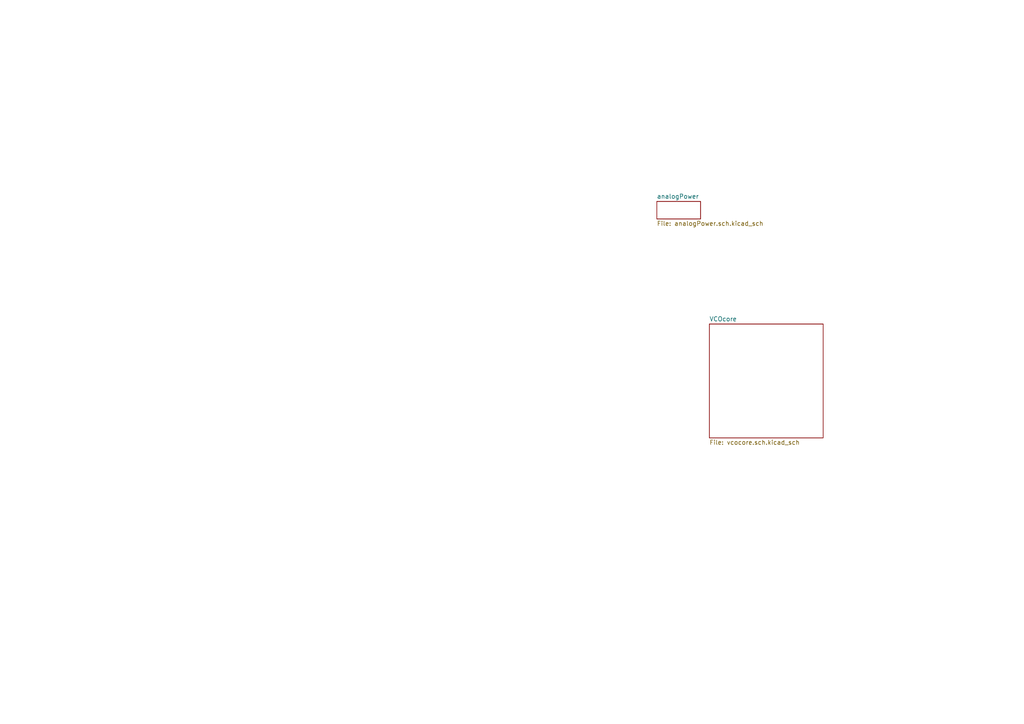
<source format=kicad_sch>
(kicad_sch
	(version 20231120)
	(generator "eeschema")
	(generator_version "8.0")
	(uuid "4b76d7ba-2e9a-48ca-9682-f8dc31b1b3ae")
	(paper "A4")
	(lib_symbols)
	(sheet
		(at 205.74 93.98)
		(size 33.02 33.02)
		(fields_autoplaced yes)
		(stroke
			(width 0.1524)
			(type solid)
		)
		(fill
			(color 0 0 0 0.0000)
		)
		(uuid "9f3f10a8-02e7-4a05-b28e-500e1fcbd8f5")
		(property "Sheetname" "VCOcore"
			(at 205.74 93.2684 0)
			(effects
				(font
					(size 1.27 1.27)
				)
				(justify left bottom)
			)
		)
		(property "Sheetfile" "vcocore.sch.kicad_sch"
			(at 205.74 127.5846 0)
			(effects
				(font
					(size 1.27 1.27)
				)
				(justify left top)
			)
		)
		(instances
			(project "2130VCO"
				(path "/4b76d7ba-2e9a-48ca-9682-f8dc31b1b3ae"
					(page "3")
				)
			)
		)
	)
	(sheet
		(at 190.5 58.42)
		(size 12.7 5.08)
		(fields_autoplaced yes)
		(stroke
			(width 0.1524)
			(type solid)
		)
		(fill
			(color 0 0 0 0.0000)
		)
		(uuid "bc955f7d-a835-47ca-b755-faa87fe7cd77")
		(property "Sheetname" "analogPower"
			(at 190.5 57.7084 0)
			(effects
				(font
					(size 1.27 1.27)
				)
				(justify left bottom)
			)
		)
		(property "Sheetfile" "analogPower.sch.kicad_sch"
			(at 190.5 64.0846 0)
			(effects
				(font
					(size 1.27 1.27)
				)
				(justify left top)
			)
		)
		(instances
			(project "2130VCO"
				(path "/4b76d7ba-2e9a-48ca-9682-f8dc31b1b3ae"
					(page "2")
				)
			)
		)
	)
	(sheet_instances
		(path "/"
			(page "1")
		)
	)
)

</source>
